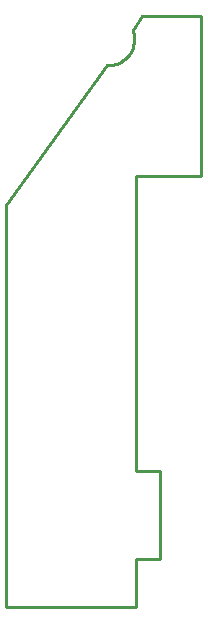
<source format=gbr>
G04 EAGLE Gerber RS-274X export*
G75*
%MOMM*%
%FSLAX34Y34*%
%LPD*%
%IN*%
%IPPOS*%
%AMOC8*
5,1,8,0,0,1.08239X$1,22.5*%
G01*
%ADD10C,0.254000*%


D10*
X0Y0D02*
X110000Y0D01*
X110000Y40000D01*
X130000Y40000D01*
X130000Y115000D01*
X110000Y115000D01*
X110000Y365000D01*
X165000Y365000D01*
X165000Y500000D01*
X115000Y500000D01*
X106839Y488645D01*
X107447Y486779D01*
X107890Y484866D01*
X108165Y482923D01*
X108269Y480963D01*
X108202Y479001D01*
X107964Y477053D01*
X107558Y475132D01*
X106985Y473255D01*
X106251Y471434D01*
X105361Y469685D01*
X104323Y468019D01*
X103142Y466451D01*
X101830Y464991D01*
X100396Y463651D01*
X98850Y462441D01*
X97204Y461371D01*
X95472Y460448D01*
X93666Y459680D01*
X91799Y459072D01*
X89887Y458629D01*
X87944Y458354D01*
X85983Y458250D01*
X85001Y458262D01*
X0Y340000D01*
X0Y0D01*
M02*

</source>
